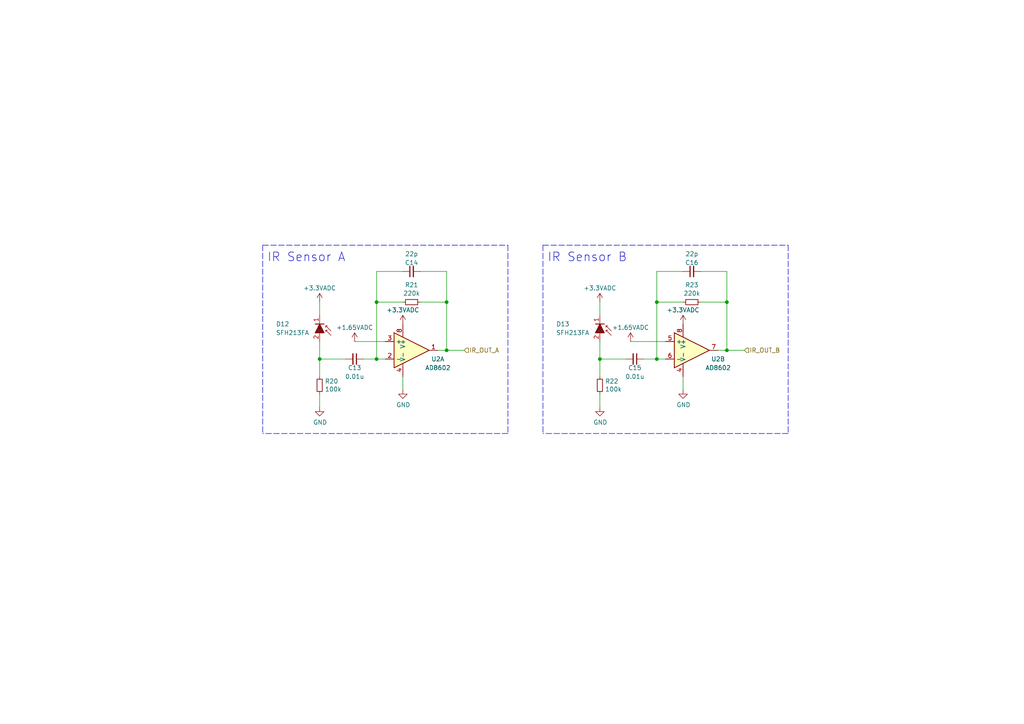
<source format=kicad_sch>
(kicad_sch (version 20231120) (generator "eeschema") (generator_version "8.0")
  (paper "A4")
  (lib_symbols
    (symbol "Device:C_Small" (pin_numbers hide) (pin_names (offset 0.254) hide)
      (property "Reference" "C" (at 0.254 1.778 0))
      (property "Value" "C_Small" (at 0.254 -2.032 0))
      (symbol "C_Small_0_1"
        (polyline (pts (xy -1.524 -0.508) (xy 1.524 -0.508)) (stroke (width 0.3302)))
        (polyline (pts (xy -1.524 0.508) (xy 1.524 0.508)) (stroke (width 0.3048)))
      )
      (symbol "C_Small_1_1"
        (pin passive line (at 0 2.54 270) (length 2.032) (name "~") (number "1"))
        (pin passive line (at 0 -2.54 90) (length 2.032) (name "~") (number "2"))
      )
    )
    (symbol "Device:R_Small" (pin_numbers hide) (pin_names (offset 0.254) hide)
      (property "Reference" "R" (at 0.762 0.508 0))
      (property "Value" "R_Small" (at 0.762 -1.016 0))
      (symbol "R_Small_0_1"
        (rectangle (start -0.762 1.778) (end 0.762 -1.778) (stroke (width 0.2032)))
      )
      (symbol "R_Small_1_1"
        (pin passive line (at 0 2.54 270) (length 0.762) (name "~") (number "1"))
        (pin passive line (at 0 -2.54 90) (length 0.762) (name "~") (number "2"))
      )
    )
    (symbol "My_Device:AD8602"
      (property "Reference" "U" (at 3.81 -15.24 0))
      (property "Value" "AD8602" (at 6.35 -25.4 0))
      (symbol "AD8602_0_1"
        (pin power_in line (at 0 -27.94 90) (length 3.81) (name "V-") (number "4"))
        (pin power_in line (at 0 -12.7 270) (length 3.81) (name "V+") (number "8"))
      )
      (symbol "AD8602_1_1"
        (polyline (pts (xy -2.54 -15.24) (xy 7.62 -20.32) (xy -2.54 -25.4) (xy -2.54 -15.24)) (stroke (width 0.254)) (fill (type background)))
        (pin output line (at 10.16 -20.32 180) (length 2.54) (name "~") (number "1"))
        (pin input line (at -5.08 -22.86 0) (length 2.54) (name "-") (number "2"))
        (pin input line (at -5.08 -17.78 0) (length 2.54) (name "+") (number "3"))
      )
      (symbol "AD8602_2_1"
        (polyline (pts (xy -2.54 -15.24) (xy 7.62 -20.32) (xy -2.54 -25.4) (xy -2.54 -15.24)) (stroke (width 0.254)) (fill (type background)))
        (pin input line (at -5.08 -17.78 0) (length 2.54) (name "+") (number "5"))
        (pin input line (at -5.08 -22.86 0) (length 2.54) (name "-") (number "6"))
        (pin output line (at 10.16 -20.32 180) (length 2.54) (name "~") (number "7"))
      )
    )
    (symbol "My_Device:SFH213FA" (pin_names (offset 1.016))
      (property "Reference" "D" (at 0 1.27 0))
      (property "Value" "My_Device_SFH213FA" (at 0 3.81 0))
      (symbol "SFH213FA_1_1"
        (polyline (pts (xy -1.27 -2.54) (xy -1.27 -5.08)) (stroke (width 0.254)))
        (polyline (pts (xy -0.762 -2.032) (xy -0.254 -2.032)))
        (polyline (pts (xy 1.27 -3.81) (xy -1.27 -3.81)))
        (polyline (pts (xy 0.762 -0.508) (xy -0.762 -2.032) (xy -0.762 -1.524)))
        (polyline (pts (xy 1.27 -5.08) (xy 1.27 -2.54) (xy -1.27 -3.81) (xy 1.27 -5.08)) (stroke (width 0.254)) (fill (type outline)))
        (polyline (pts (xy 2.032 -0.508) (xy 0.508 -2.032) (xy 0.508 -1.524) (xy 0.508 -2.032) (xy 1.016 -2.032)))
        (pin passive line (at -3.81 -3.81 0) (length 2.54) (name "K") (number "1"))
        (pin passive line (at 3.81 -3.81 180) (length 2.54) (name "~") (number "2"))
      )
    )
    (symbol "power:+3.3VADC" (power) (pin_names (offset 0))
      (property "Value" "+3.3VADC" (at 0 2.54 0))
      (symbol "+3.3VADC_0_0"
        (pin power_in line (at 0 0 90) (length 0) hide (name "+3.3VADC") (number "1"))
      )
      (symbol "+3.3VADC_0_1"
        (polyline (pts (xy -0.762 1.27) (xy 0 2.54)))
        (polyline (pts (xy 0 0) (xy 0 2.54)))
        (polyline (pts (xy 0 2.54) (xy 0.762 1.27)))
      )
    )
    (symbol "power:GND" (power) (pin_names (offset 0))
      (property "Value" "GND" (at 0 -3.81 0))
      (symbol "GND_0_1"
        (polyline (pts (xy 0 0) (xy 0 -1.27) (xy 1.27 -1.27) (xy 0 -2.54) (xy -1.27 -1.27) (xy 0 -1.27)))
      )
      (symbol "GND_1_1"
        (pin power_in line (at 0 0 270) (length 0) hide (name "GND") (number "1"))
      )
    )
  )
  (junction (at 190.5 104.14))
  (junction (at 190.5 87.63))
  (junction (at 129.54 87.63))
  (junction (at 129.54 101.6))
  (junction (at 210.82 101.6))
  (junction (at 109.22 87.63))
  (junction (at 173.99 104.14))
  (junction (at 210.82 87.63))
  (junction (at 109.22 104.14))
  (junction (at 92.71 104.14))
  (wire (pts (xy 190.5 78.74) (xy 198.12 78.74)))
  (wire (pts (xy 190.5 87.63) (xy 198.12 87.63)))
  (wire (pts (xy 210.82 87.63) (xy 203.2 87.63)))
  (wire (pts (xy 109.22 78.74) (xy 116.84 78.74)))
  (polyline (pts (xy 147.32 71.12) (xy 147.32 125.73)) (stroke (width 0) (type dash)))
  (wire (pts (xy 105.41 104.14) (xy 109.22 104.14)))
  (polyline (pts (xy 76.2 71.12) (xy 76.2 125.73)) (stroke (width 0) (type dash)))
  (wire (pts (xy 129.54 101.6) (xy 134.62 101.6)))
  (polyline (pts (xy 228.6 71.12) (xy 228.6 125.73)) (stroke (width 0) (type dash)))
  (wire (pts (xy 100.33 104.14) (xy 92.71 104.14)))
  (wire (pts (xy 173.99 104.14) (xy 173.99 99.06)))
  (wire (pts (xy 210.82 101.6) (xy 215.9 101.6)))
  (wire (pts (xy 92.71 118.11) (xy 92.71 114.3)))
  (wire (pts (xy 190.5 87.63) (xy 190.5 104.14)))
  (wire (pts (xy 109.22 78.74) (xy 109.22 87.63)))
  (wire (pts (xy 173.99 118.11) (xy 173.99 114.3)))
  (wire (pts (xy 92.71 91.44) (xy 92.71 87.63)))
  (wire (pts (xy 92.71 109.22) (xy 92.71 104.14)))
  (wire (pts (xy 186.69 104.14) (xy 190.5 104.14)))
  (wire (pts (xy 116.84 109.22) (xy 116.84 113.03)))
  (wire (pts (xy 109.22 87.63) (xy 109.22 104.14)))
  (wire (pts (xy 127 101.6) (xy 129.54 101.6)))
  (wire (pts (xy 111.76 99.06) (xy 102.87 99.06)))
  (wire (pts (xy 129.54 78.74) (xy 129.54 87.63)))
  (polyline (pts (xy 228.6 125.73) (xy 157.48 125.73)) (stroke (width 0) (type dash)))
  (wire (pts (xy 190.5 78.74) (xy 190.5 87.63)))
  (wire (pts (xy 210.82 78.74) (xy 210.82 87.63)))
  (wire (pts (xy 109.22 104.14) (xy 111.76 104.14)))
  (wire (pts (xy 193.04 99.06) (xy 182.88 99.06)))
  (wire (pts (xy 198.12 109.22) (xy 198.12 113.03)))
  (wire (pts (xy 210.82 87.63) (xy 210.82 101.6)))
  (wire (pts (xy 121.92 78.74) (xy 129.54 78.74)))
  (wire (pts (xy 109.22 87.63) (xy 116.84 87.63)))
  (wire (pts (xy 203.2 78.74) (xy 210.82 78.74)))
  (wire (pts (xy 129.54 87.63) (xy 121.92 87.63)))
  (polyline (pts (xy 76.2 71.12) (xy 147.32 71.12)) (stroke (width 0) (type dash)))
  (wire (pts (xy 190.5 104.14) (xy 193.04 104.14)))
  (polyline (pts (xy 157.48 71.12) (xy 157.48 125.73)) (stroke (width 0) (type dash)))
  (wire (pts (xy 208.28 101.6) (xy 210.82 101.6)))
  (wire (pts (xy 129.54 87.63) (xy 129.54 101.6)))
  (polyline (pts (xy 157.48 71.12) (xy 228.6 71.12)) (stroke (width 0) (type dash)))
  (wire (pts (xy 173.99 91.44) (xy 173.99 87.63)))
  (wire (pts (xy 92.71 104.14) (xy 92.71 99.06)))
  (wire (pts (xy 181.61 104.14) (xy 173.99 104.14)))
  (wire (pts (xy 173.99 109.22) (xy 173.99 104.14)))
  (polyline (pts (xy 147.32 125.73) (xy 76.2 125.73)) (stroke (width 0) (type dash)))
  (text "IR Sensor B" (at 158.75 76.2 0) (effects (font (size 2.54 2.54)) (justify left bottom)))
  (text "IR Sensor A" (at 77.47 76.2 0) (effects (font (size 2.54 2.54)) (justify left bottom)))
  (hierarchical_label "IR_OUT_A" (shape input) (at 134.62 101.6 0))
  (hierarchical_label "IR_OUT_B" (shape input) (at 215.9 101.6 0))
  (symbol (lib_id "My_Device:SFH213FA") (at 96.52 95.25 270) (unit 1)
    (property "Reference" "D12" (at 80.01 93.98 90) (effects (justify left)))
    (property "Value" "SFH213FA" (at 80.01 96.52 90) (effects (justify left)))
    (property "Footprint" "Diode_THT:D_T-1_P2.54mm_Vertical_AnodeUp" (effects (hide yes)))
    (instances (project "" (path "" (reference "D12") (unit 1)) (path "" (reference "D19") (unit 1)) (path "" (reference "D21") (unit 1))))
  )
  (symbol (lib_id "power:+3.3VADC") (at 198.12 93.98 0) (unit 1)
    (property "Reference" "#PWR050" (effects (hide yes)))
    (property "Value" "+3.3VADC" (at 198.12 89.916 0))
    (instances (project "Mercury-v2-pcb" (path "" (reference "#PWR050") (unit 1)) (path "" (reference "#PWR0116") (unit 1)) (path "" (reference "#PWR0126") (unit 1))))
  )
  (symbol (lib_id "My_Device:SFH213FA") (at 177.8 95.25 270) (unit 1)
    (property "Reference" "D13" (at 161.29 93.98 90) (effects (justify left)))
    (property "Value" "SFH213FA" (at 161.29 96.52 90) (effects (justify left)))
    (property "Footprint" "Diode_THT:D_T-1_P2.54mm_Vertical_AnodeUp" (effects (hide yes)))
    (instances (project "" (path "" (reference "D13") (unit 1)) (path "" (reference "D20") (unit 1)) (path "" (reference "D22") (unit 1))))
  )
  (symbol (lib_id "power:+3.3VADC") (at 92.71 87.63 0) (unit 1)
    (property "Reference" "#PWR042" (effects (hide yes)))
    (property "Value" "+3.3VADC" (at 92.71 83.566 0))
    (instances (project "Mercury-v2-pcb" (path "" (reference "#PWR042") (unit 1)) (path "" (reference "#PWR0108") (unit 1)) (path "" (reference "#PWR0118") (unit 1))))
  )
  (symbol (lib_id "power:GND") (at 173.99 118.11 0) (unit 1)
    (property "Reference" "#PWR048" (effects (hide yes)))
    (property "Value" "GND" (at 174.117 122.5042 0))
    (instances (project "" (path "" (reference "#PWR048") (unit 1)) (path "" (reference "#PWR0114") (unit 1)) (path "" (reference "#PWR0124") (unit 1))))
  )
  (symbol (lib_id "power:GND") (at 198.12 113.03 0) (unit 1)
    (property "Reference" "#PWR051" (effects (hide yes)))
    (property "Value" "GND" (at 198.247 117.4242 0))
    (instances (project "" (path "" (reference "#PWR051") (unit 1)) (path "" (reference "#PWR0117") (unit 1)) (path "" (reference "#PWR0127") (unit 1))))
  )
  (symbol (lib_id "My_Device:AD8602") (at 198.12 81.28 0) (unit 2)
    (property "Reference" "U2" (at 208.28 104.14 0))
    (property "Value" "AD8602" (at 208.28 106.68 0))
    (property "Footprint" "Package_SO:MSOP-8_3x3mm_P0.65mm" (effects (hide yes)))
    (instances (project "" (path "" (reference "U2") (unit 2)) (path "" (reference "U9") (unit 2)) (path "" (reference "U10") (unit 2))))
  )
  (symbol (lib_id "power:+3.3VADC") (at 116.84 93.98 0) (unit 1)
    (property "Reference" "#PWR045" (effects (hide yes)))
    (property "Value" "+3.3VADC" (at 116.84 89.916 0))
    (instances (project "Mercury-v2-pcb" (path "" (reference "#PWR045") (unit 1)) (path "" (reference "#PWR0111") (unit 1)) (path "" (reference "#PWR0121") (unit 1))))
  )
  (symbol (lib_id "power:+3.3VADC") (at 102.87 99.06 0) (unit 1)
    (property "Reference" "#PWR044" (effects (hide yes)))
    (property "Value" "+1.65VADC" (at 102.87 94.996 0))
    (instances (project "Mercury-v2-pcb" (path "" (reference "#PWR044") (unit 1)) (path "" (reference "#PWR0110") (unit 1)) (path "" (reference "#PWR0120") (unit 1))))
  )
  (symbol (lib_id "Device:R_Small") (at 92.71 111.76 0) (unit 1)
    (property "Reference" "R20" (at 94.2086 110.5916 0) (effects (justify left)))
    (property "Value" "100k" (at 94.2086 112.903 0) (effects (justify left)))
    (property "Footprint" "Resistor_SMD:R_0603_1608Metric" (effects (hide yes)))
    (instances (project "" (path "" (reference "R20") (unit 1)) (path "" (reference "R38") (unit 1)) (path "" (reference "R42") (unit 1))))
  )
  (symbol (lib_id "power:GND") (at 92.71 118.11 0) (unit 1)
    (property "Reference" "#PWR043" (effects (hide yes)))
    (property "Value" "GND" (at 92.837 122.5042 0))
    (instances (project "" (path "" (reference "#PWR043") (unit 1)) (path "" (reference "#PWR0109") (unit 1)) (path "" (reference "#PWR0119") (unit 1))))
  )
  (symbol (lib_id "Device:R_Small") (at 119.38 87.63 90) (unit 1)
    (property "Reference" "R21" (at 119.38 82.6516 90))
    (property "Value" "220k" (at 119.38 85.09 90))
    (property "Footprint" "Resistor_SMD:R_0201_0603Metric" (effects (hide yes)))
    (instances (project "" (path "" (reference "R21") (unit 1)) (path "" (reference "R39") (unit 1)) (path "" (reference "R43") (unit 1))))
  )
  (symbol (lib_id "My_Device:AD8602") (at 116.84 81.28 0) (unit 1)
    (property "Reference" "U2" (at 127 104.14 0))
    (property "Value" "AD8602" (at 127 106.68 0))
    (property "Footprint" "Package_SO:MSOP-8_3x3mm_P0.65mm" (effects (hide yes)))
    (instances (project "" (path "" (reference "U2") (unit 1)) (path "" (reference "U9") (unit 1)) (path "" (reference "U10") (unit 1))))
  )
  (symbol (lib_id "Device:C_Small") (at 184.15 104.14 270) (unit 1)
    (property "Reference" "C15" (at 184.15 106.68 90))
    (property "Value" "0.01u" (at 184.15 109.22 90))
    (property "Footprint" "Capacitor_SMD:C_0201_0603Metric" (effects (hide yes)))
    (instances (project "" (path "" (reference "C15") (unit 1)) (path "" (reference "C33") (unit 1)) (path "" (reference "C37") (unit 1))))
  )
  (symbol (lib_id "Device:C_Small") (at 119.38 78.74 90) (unit 1)
    (property "Reference" "C14" (at 119.38 76.2 90))
    (property "Value" "22p" (at 119.38 73.66 90))
    (property "Footprint" "Capacitor_SMD:C_0201_0603Metric" (effects (hide yes)))
    (instances (project "" (path "" (reference "C14") (unit 1)) (path "" (reference "C32") (unit 1)) (path "" (reference "C36") (unit 1))))
  )
  (symbol (lib_id "power:+3.3VADC") (at 182.88 99.06 0) (unit 1)
    (property "Reference" "#PWR049" (effects (hide yes)))
    (property "Value" "+1.65VADC" (at 182.88 94.996 0))
    (instances (project "Mercury-v2-pcb" (path "" (reference "#PWR049") (unit 1)) (path "" (reference "#PWR0115") (unit 1)) (path "" (reference "#PWR0125") (unit 1))))
  )
  (symbol (lib_id "Device:R_Small") (at 173.99 111.76 0) (unit 1)
    (property "Reference" "R22" (at 175.4886 110.5916 0) (effects (justify left)))
    (property "Value" "100k" (at 175.4886 112.903 0) (effects (justify left)))
    (property "Footprint" "Resistor_SMD:R_0603_1608Metric" (effects (hide yes)))
    (instances (project "" (path "" (reference "R22") (unit 1)) (path "" (reference "R40") (unit 1)) (path "" (reference "R44") (unit 1))))
  )
  (symbol (lib_id "power:+3.3VADC") (at 173.99 87.63 0) (unit 1)
    (property "Reference" "#PWR047" (effects (hide yes)))
    (property "Value" "+3.3VADC" (at 173.99 83.566 0))
    (instances (project "Mercury-v2-pcb" (path "" (reference "#PWR047") (unit 1)) (path "" (reference "#PWR0113") (unit 1)) (path "" (reference "#PWR0123") (unit 1))))
  )
  (symbol (lib_id "Device:C_Small") (at 102.87 104.14 270) (unit 1)
    (property "Reference" "C13" (at 102.87 106.68 90))
    (property "Value" "0.01u" (at 102.87 109.22 90))
    (property "Footprint" "Capacitor_SMD:C_0201_0603Metric" (effects (hide yes)))
    (instances (project "" (path "" (reference "C13") (unit 1)) (path "" (reference "C31") (unit 1)) (path "" (reference "C35") (unit 1))))
  )
  (symbol (lib_id "Device:C_Small") (at 200.66 78.74 90) (unit 1)
    (property "Reference" "C16" (at 200.66 76.2 90))
    (property "Value" "22p" (at 200.66 73.66 90))
    (property "Footprint" "Capacitor_SMD:C_0201_0603Metric" (effects (hide yes)))
    (instances (project "" (path "" (reference "C16") (unit 1)) (path "" (reference "C34") (unit 1)) (path "" (reference "C38") (unit 1))))
  )
  (symbol (lib_id "power:GND") (at 116.84 113.03 0) (unit 1)
    (property "Reference" "#PWR046" (effects (hide yes)))
    (property "Value" "GND" (at 116.967 117.4242 0))
    (instances (project "" (path "" (reference "#PWR046") (unit 1)) (path "" (reference "#PWR0112") (unit 1)) (path "" (reference "#PWR0122") (unit 1))))
  )
  (symbol (lib_id "Device:R_Small") (at 200.66 87.63 90) (unit 1)
    (property "Reference" "R23" (at 200.66 82.6516 90))
    (property "Value" "220k" (at 200.66 85.09 90))
    (property "Footprint" "Resistor_SMD:R_0201_0603Metric" (effects (hide yes)))
    (instances (project "" (path "" (reference "R23") (unit 1)) (path "" (reference "R41") (unit 1)) (path "" (reference "R45") (unit 1))))
  )
)
</source>
